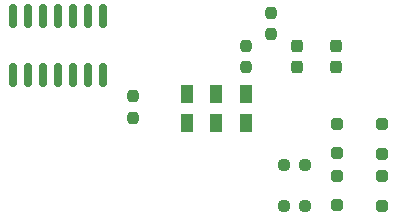
<source format=gbr>
%TF.GenerationSoftware,KiCad,Pcbnew,7.0.2-6a45011f42~172~ubuntu22.04.1*%
%TF.CreationDate,2023-05-13T15:44:36+12:00*%
%TF.ProjectId,KA1119,4b413131-3139-42e6-9b69-6361645f7063,rev?*%
%TF.SameCoordinates,Original*%
%TF.FileFunction,Paste,Top*%
%TF.FilePolarity,Positive*%
%FSLAX46Y46*%
G04 Gerber Fmt 4.6, Leading zero omitted, Abs format (unit mm)*
G04 Created by KiCad (PCBNEW 7.0.2-6a45011f42~172~ubuntu22.04.1) date 2023-05-13 15:44:36*
%MOMM*%
%LPD*%
G01*
G04 APERTURE LIST*
G04 Aperture macros list*
%AMRoundRect*
0 Rectangle with rounded corners*
0 $1 Rounding radius*
0 $2 $3 $4 $5 $6 $7 $8 $9 X,Y pos of 4 corners*
0 Add a 4 corners polygon primitive as box body*
4,1,4,$2,$3,$4,$5,$6,$7,$8,$9,$2,$3,0*
0 Add four circle primitives for the rounded corners*
1,1,$1+$1,$2,$3*
1,1,$1+$1,$4,$5*
1,1,$1+$1,$6,$7*
1,1,$1+$1,$8,$9*
0 Add four rect primitives between the rounded corners*
20,1,$1+$1,$2,$3,$4,$5,0*
20,1,$1+$1,$4,$5,$6,$7,0*
20,1,$1+$1,$6,$7,$8,$9,0*
20,1,$1+$1,$8,$9,$2,$3,0*%
G04 Aperture macros list end*
%ADD10R,1.000000X1.600000*%
%ADD11RoundRect,0.150000X-0.150000X0.825000X-0.150000X-0.825000X0.150000X-0.825000X0.150000X0.825000X0*%
%ADD12RoundRect,0.237500X-0.250000X-0.237500X0.250000X-0.237500X0.250000X0.237500X-0.250000X0.237500X0*%
%ADD13RoundRect,0.237500X-0.237500X0.250000X-0.237500X-0.250000X0.237500X-0.250000X0.237500X0.250000X0*%
%ADD14RoundRect,0.237500X0.237500X-0.250000X0.237500X0.250000X-0.237500X0.250000X-0.237500X-0.250000X0*%
%ADD15RoundRect,0.250000X-0.250000X0.250000X-0.250000X-0.250000X0.250000X-0.250000X0.250000X0.250000X0*%
%ADD16RoundRect,0.250000X0.250000X-0.250000X0.250000X0.250000X-0.250000X0.250000X-0.250000X-0.250000X0*%
%ADD17RoundRect,0.237500X0.237500X-0.287500X0.237500X0.287500X-0.237500X0.287500X-0.237500X-0.287500X0*%
%ADD18RoundRect,0.237500X-0.237500X0.287500X-0.237500X-0.287500X0.237500X-0.287500X0.237500X0.287500X0*%
G04 APERTURE END LIST*
D10*
%TO.C,SW2*%
X186810000Y-95210000D03*
X184310000Y-95210000D03*
X181810000Y-95210000D03*
X186810000Y-92810000D03*
X184310000Y-92810000D03*
X181810000Y-92810000D03*
%TD*%
D11*
%TO.C,U3*%
X174710000Y-86200000D03*
X173440000Y-86200000D03*
X172170000Y-86200000D03*
X170900000Y-86200000D03*
X169630000Y-86200000D03*
X168360000Y-86200000D03*
X167090000Y-86200000D03*
X167090000Y-91150000D03*
X168360000Y-91150000D03*
X169630000Y-91150000D03*
X170900000Y-91150000D03*
X172170000Y-91150000D03*
X173440000Y-91150000D03*
X174710000Y-91150000D03*
%TD*%
D12*
%TO.C,R5*%
X190027500Y-98770000D03*
X191852500Y-98770000D03*
%TD*%
%TO.C,R4*%
X190027500Y-102290000D03*
X191852500Y-102290000D03*
%TD*%
D13*
%TO.C,R3*%
X186820000Y-88707500D03*
X186820000Y-90532500D03*
%TD*%
%TO.C,R2*%
X177250000Y-92967500D03*
X177250000Y-94792500D03*
%TD*%
D14*
%TO.C,R1*%
X188960000Y-87752500D03*
X188960000Y-85927500D03*
%TD*%
D15*
%TO.C,D6*%
X198340000Y-99770000D03*
X198340000Y-102270000D03*
%TD*%
D16*
%TO.C,D5*%
X194540000Y-102225000D03*
X194540000Y-99725000D03*
%TD*%
D15*
%TO.C,D4*%
X198340000Y-95352500D03*
X198340000Y-97852500D03*
%TD*%
D16*
%TO.C,D3*%
X194540000Y-97807500D03*
X194540000Y-95307500D03*
%TD*%
D17*
%TO.C,D2*%
X194400000Y-90510000D03*
X194400000Y-88760000D03*
%TD*%
D18*
%TO.C,D1*%
X191150000Y-88760000D03*
X191150000Y-90510000D03*
%TD*%
M02*

</source>
